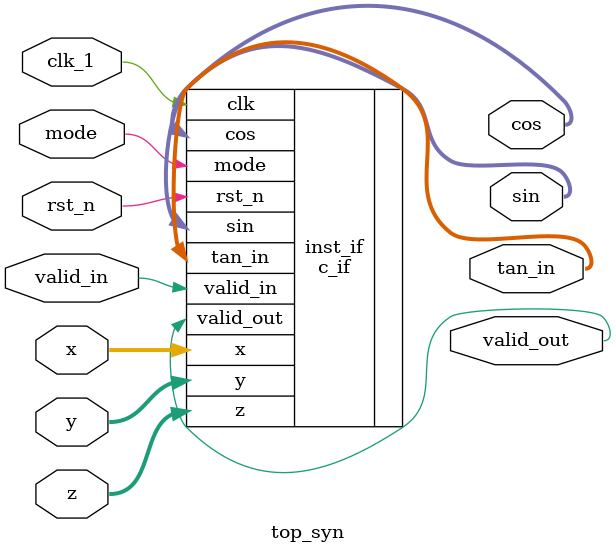
<source format=sv>

`timescale 1ns / 100ps
`define PIPELINE
`define SINGLE_STAGE
module top_syn #(
    parameter NUM_STAGES = 13,
    WIDTH = 64
) 
`ifdef PIPELINE

  (
      input logic [WIDTH-1:0] x,
      y,
      z,
      input logic mode,
      valid_in,clk_1,rst_n,
      output logic [WIDTH-1:0] cos,
      sin,
      tan_in,
      output logic  valid_out
  );
          
`else 

(
      input [WIDTH-1:0] x,
      y,
      z,
      input mode,
      output [WIDTH-1:0] cos,
      sin,
      tan_in
  );

`endif 


  c_if #(
      .NUM_STAGES(NUM_STAGES),
      .WIDTH(WIDTH)
  ) inst_if (


.clk      (clk_1    ),
.valid_in (valid_in ),
.rst_n    (rst_n    ),
.x        (x        ),
.y        (y        ),
.z        (z        ),
.mode     (mode     ),
.valid_out(valid_out),
.cos      (cos      ),
.sin      (sin      ),
.tan_in   (tan_in   )
  
  
  );

`ifdef PIPELINE
          


`ifdef SINGLE_STAGE
 cordic_singleStage #(
      .NUM_STAGES(NUM_STAGES),
      .WIDTH(WIDTH)
 ) inst_cordic_singleStage (
      .if_(inst_if.dut)
  );
 
  
`else
 cordic_pipeline #(
      .NUM_STAGES(NUM_STAGES),
      .WIDTH(WIDTH)
  ) inst_cordic__pipeline (
      .if_(inst_if.dut)
  );
 
`endif

  `else
  cordic #(
      .NUM_STAGES(NUM_STAGES),
      .WIDTH(WIDTH)
  ) inst_cordic (
      .if_(inst_if.dut)
  );

`endif

// assign inst_if.tb.clk      =           clk_1              ;     
// assign inst_if.tb.valid_in =           valid_in         ;               
// assign inst_if.tb.rst_n    =           rst_n            ;  
// assign inst_if.tb.x        =           x             ;
// assign inst_if.tb.y        =           y             ;
// assign inst_if.tb.z        =           z             ;
// assign inst_if.tb.mode     =           mode             ;
// assign valid_out        =  inst_if.dut.valid_out;            
// assign cos              =  inst_if.dut.cos      ;
// assign sin              =  inst_if.dut.sin      ;
// assign tan_in           =  inst_if.dut.tan_in   ;

endmodule

</source>
